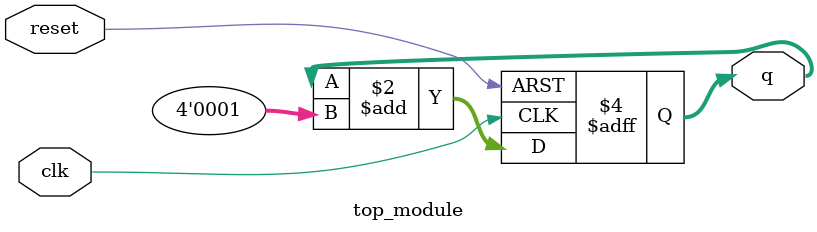
<source format=sv>
module top_module(
	input clk,
	input reset,
	output reg [3:0] q);

    // Initial block to reset q at startup
    initial begin
        q = 4'b0000;
    end

    always @(posedge clk or posedge reset) begin
        if (reset) begin
            q <= 4'b0000; // Reset counter to 0
        end
        else begin
            q <= q + 4'b0001; // Increment counter by 1
        end
    end

endmodule

</source>
